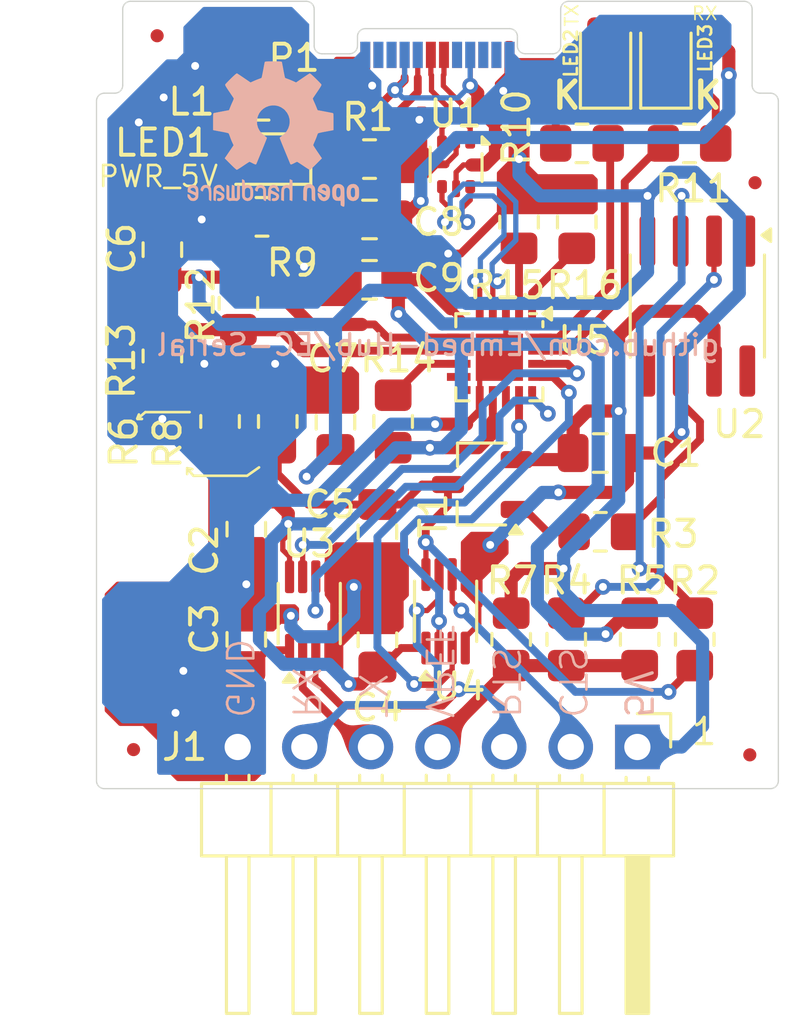
<source format=kicad_pcb>
(kicad_pcb (version 20241229) (generator "pcbnew") (generator_version "9.0")
  (layers (0 "F.Cu" signal) (2 "B.Cu" signal) (13 "F.Paste" user) (15 "B.Paste" user) (5 "F.SilkS" user "F.Silkscreen") (7 "B.SilkS" user "B.Silkscreen") (1 "F.Mask" user) (3 "B.Mask" user) (25 "Edge.Cuts" user))
  (net 0 "")
  (net 1 "+5V_USB")
  (net 2 "GND")
  (net 3 "+3.3V")
  (net 4 "Net-(T1-C)")
  (net 5 "/CTS")
  (net 6 "/VREF")
  (net 7 "/RX")
  (net 8 "/RTS")
  (net 9 "/TX")
  (net 10 "Net-(U1-VBUS)")
  (net 11 "Net-(P1-CC)")
  (net 12 "/D-")
  (net 13 "/D+")
  (net 14 "Net-(U2-+IN)")
  (net 15 "Net-(T1-B)")
  (net 16 "Net-(U2-VOUT)")
  (net 17 "Net-(U2--IN)")
  (net 18 "/TX_LED")
  (net 19 "/RX_LED")
  (net 20 "Net-(U5-VBUS)")
  (net 21 "Net-(U5-~{RST})")
  (net 22 "Net-(U5-CLK{slash}GPIO0)")
  (net 23 "Net-(U5-RS485{slash}GPIO1)")
  (net 24 "/TX_3V3")
  (net 25 "/RTS_3V3")
  (net 26 "/CTS_3V3")
  (net 27 "/RX_3V3")
  (net 45 "Net-(LED1-K)")
  (net 46 "Net-(LED2-K)")
  (net 47 "Net-(LED3-K)")
  (net 48 "/DP+")
  (net 49 "/DM-")
  (footprint "LED_SMD:LED_0805_2012Metric_Pad1.15x1.40mm_HandSolder" (layer "F.Cu") (at 139.8 121.3 90)
    (property "Reference" "LED2")
    (property "Value" "LED/GREEN/0805" (hide yes))
  )
  (footprint "LED_SMD:LED_0805_2012Metric_Pad1.15x1.40mm_HandSolder" (layer "F.Cu") (at 126.7 125.1 180)
    (property "Reference" "LED1")
    (property "Value" "LED/YELLOW/0805" (hide yes))
  )
  (footprint "Capacitor_SMD:C_0805_2012Metric_Pad1.18x1.45mm_HandSolder" (layer "F.Cu") (at 126.1 139.2 -90)
    (property "Reference" "C2")
    (property "Value" "100nF/10V/20%/X7R/C0805" (hide yes))
  )
  (footprint "Resistor_SMD:R_0805_2012Metric_Pad1.20x1.40mm_HandSolder" (layer "F.Cu") (at 122.9 132.6 -90)
    (property "Reference" "R13")
    (property "Value" "10k/1%/R0805" (hide yes))
  )
  (footprint "Capacitor_SMD:C_0805_2012Metric_Pad1.18x1.45mm_HandSolder" (layer "F.Cu") (at 129.5 135.1275 90)
    (property "Reference" "C7")
    (property "Value" "100nF/10V/20%/X7R/C0805" (hide yes))
  )
  (footprint "Fiducial:Fiducial_0.5mm_Mask1mm" (layer "F.Cu") (at 121.8 147.6)
    (property "Reference" "FID3" (hide yes))
    (property "Value" "Fiducial" (hide yes))
  )
  (footprint "Package_SO:VSSOP-8_2.3x2mm_P0.5mm" (layer "F.Cu") (at 133.7 142.33 90)
    (property "Reference" "U4")
    (property "Value" "SN74AXC2T45DCUR" (hide yes))
  )
  (footprint "Resistor_SMD:R_0805_2012Metric_Pad1.20x1.40mm_HandSolder" (layer "F.Cu") (at 143.2 143.4 90)
    (property "Reference" "R2")
    (property "Value" "1k/R0805" (hide yes))
  )
  (footprint "Resistor_SMD:R_0805_2012Metric_Pad1.20x1.40mm_HandSolder" (layer "F.Cu") (at 125.8 130.6 90)
    (property "Reference" "R12")
    (property "Value" "4.7K/1%/R0805" (hide yes))
  )
  (footprint "MountingHole:MountingHole_2.2mm_M2" (layer "F.Cu") (at 144.687868 138.587868)
    (property "Reference" "H2" (hide yes))
    (property "Value" "MountingHole" (hide yes))
  )
  (footprint "MountingHole:MountingHole_2.2mm_M2" (layer "F.Cu") (at 122.087868 138.587868)
    (property "Reference" "H1" (hide yes))
    (property "Value" "MountingHole" (hide yes))
  )
  (footprint "LED_SMD:LED_0805_2012Metric_Pad1.15x1.40mm_HandSolder" (layer "F.Cu") (at 142.1 121.3 90)
    (property "Reference" "LED3")
    (property "Value" "LED/RED/0805" (hide yes))
  )
  (footprint "Resistor_SMD:R_0805_2012Metric_Pad1.20x1.40mm_HandSolder" (layer "F.Cu") (at 138.9 124.5)
    (property "Reference" "R10")
    (property "Value" "2.2k/R0805" (hide yes))
  )
  (footprint "Capacitor_SMD:C_0805_2012Metric_Pad1.18x1.45mm_HandSolder" (layer "F.Cu") (at 130.8 127.4 180)
    (property "Reference" "C8")
    (property "Value" "4.7uF/X7R/20%/10V/C0805" (hide yes))
  )
  (footprint "Fiducial:Fiducial_0.5mm_Mask1mm" (layer "F.Cu") (at 145.3 147.8)
    (property "Reference" "FID4" (hide yes))
    (property "Value" "Fiducial" (hide yes))
  )
  (footprint "Connector_PinHeader_2.54mm:PinHeader_1x07_P2.54mm_Horizontal" (layer "F.Cu") (at 141.012868 147.5 -90)
    (property "Reference" "J1")
    (property "Value" "HN1x7(SMD)_H-WX-1x7-LF" (hide yes))
  )
  (footprint "Capacitor_SMD:C_0805_2012Metric_Pad1.18x1.45mm_HandSolder" (layer "F.Cu") (at 131.1 143.415 90)
    (property "Reference" "C4")
    (property "Value" "100nF/10V/20%/X7R/C0805" (hide yes))
  )
  (footprint "Resistor_SMD:R_0805_2012Metric_Pad1.20x1.40mm_HandSolder" (layer "F.Cu") (at 138.7 127.5 90)
    (property "Reference" "R16")
    (property "Value" "10k/R0805" (hide yes))
  )
  (footprint "Resistor_SMD:R_0805_2012Metric_Pad1.20x1.40mm_HandSolder" (layer "F.Cu") (at 136.5 127.5 90)
    (property "Reference" "R15")
    (property "Value" "10k/R0805" (hide yes))
  )
  (footprint "Connector_USB:USB_C_Plug_Molex_105444" (layer "F.Cu") (at 133.387868 121.087868)
    (property "Reference" "P1")
    (property "Value" "USB_C_Plug" (hide yes))
  )
  (footprint "Capacitor_SMD:C_0805_2012Metric_Pad1.18x1.45mm_HandSolder" (layer "F.Cu") (at 122.9 128.55 90)
    (property "Reference" "C6")
    (property "Value" "4.7uF/X7R/20%/10V/C0805" (hide yes))
  )
  (footprint "Inductor_SMD:L_0805_2012Metric_Pad1.15x1.40mm_HandSolder" (layer "F.Cu") (at 126.7 122.902531 180)
    (property "Reference" "L1")
    (property "Value" "IND/600OHM/2A/UPZ2012E-601-2R0TF/L0805" (hide yes))
  )
  (footprint "Resistor_SMD:R_0805_2012Metric_Pad1.20x1.40mm_HandSolder" (layer "F.Cu") (at 131.7 135.0975 -90)
    (property "Reference" "R14")
    (property "Value" "1k/R0805" (hide yes))
  )
  (footprint "Resistor_SMD:R_0805_2012Metric_Pad1.20x1.40mm_HandSolder" (layer "F.Cu") (at 139.6 139.3 180)
    (property "Reference" "R3")
    (property "Value" "1k/R0805" (hide yes))
  )
  (footprint "Package_SO:SOIC-8_3.9x4.9mm_P1.27mm" (layer "F.Cu") (at 143.3 130.7 -90)
    (property "Reference" "U2")
    (property "Value" "MCP6041-I/SN" (hide yes))
  )
  (footprint "Resistor_SMD:R_0805_2012Metric_Pad1.20x1.40mm_HandSolder" (layer "F.Cu") (at 141.1 143.4 90)
    (property "Reference" "R5")
    (property "Value" "22K/R0805" (hide yes))
  )
  (footprint "Capacitor_SMD:C_0805_2012Metric_Pad1.18x1.45mm_HandSolder" (layer "F.Cu") (at 130.8 129.7 180)
    (property "Reference" "C9")
    (property "Value" "100nF/10V/20%/X7R/C0805" (hide yes))
  )
  (footprint "Resistor_SMD:R_0805_2012Metric_Pad1.20x1.40mm_HandSolder" (layer "F.Cu") (at 127.3 135.0975 90)
    (property "Reference" "R8")
    (property "Value" "300R/R0805/5%" (hide yes))
  )
  (footprint "Capacitor_SMD:C_0805_2012Metric_Pad1.18x1.45mm_HandSolder" (layer "F.Cu") (at 131.1 139.3 -90)
    (property "Reference" "C5")
    (property "Value" "100nF/10V/20%/X7R/C0805" (hide yes))
  )
  (footprint "Fiducial:Fiducial_0.5mm_Mask1mm" (layer "F.Cu") (at 145.5 126)
    (property "Reference" "FID2" (hide yes))
    (property "Value" "Fiducial" (hide yes))
  )
  (footprint "Package_SO:VSSOP-8_2.3x2mm_P0.5mm" (layer "F.Cu") (at 128.5 142.415 90)
    (property "Reference" "U3")
    (property "Value" "SN74AXC2T45DCUR" (hide yes))
  )
  (footprint "Capacitor_SMD:C_0805_2012Metric_Pad1.18x1.45mm_HandSolder" (layer "F.Cu") (at 139.6 136.3)
    (property "Reference" "C1")
    (property "Value" "100nF/10V/20%/X7R/C0805" (hide yes))
  )
  (footprint "Package_TO_SOT_SMD:SOT-666" (layer "F.Cu") (at 134.1 125.3 -90)
    (property "Reference" "U1")
    (property "Value" "USBLC6-2P6" (hide yes))
  )
  (footprint "Resistor_SMD:R_0805_2012Metric_Pad1.20x1.40mm_HandSolder" (layer "F.Cu") (at 143 124.5 180)
    (property "Reference" "R11")
    (property "Value" "2.2k/R0805" (hide yes))
  )
  (footprint "Resistor_SMD:R_0805_2012Metric_Pad1.20x1.40mm_HandSolder" (layer "F.Cu") (at 136.2 143.4 90)
    (property "Reference" "R7")
    (property "Value" "NA(22K/R0805)" (hide yes))
  )
  (footprint "Resistor_SMD:R_0805_2012Metric_Pad1.20x1.40mm_HandSolder" (layer "F.Cu") (at 138.3 143.4 90)
    (property "Reference" "R4")
    (property "Value" "1k/R0805" (hide yes))
  )
  (footprint "Resistor_SMD:R_0805_2012Metric_Pad1.20x1.40mm_HandSolder" (layer "F.Cu") (at 125.1 135.0975 90)
    (property "Reference" "R6")
    (property "Value" "300R/R0805/5%" (hide yes))
  )
  (footprint "Fiducial:Fiducial_0.5mm_Mask1mm" (layer "F.Cu") (at 122.7 120.4)
    (property "Reference" "FID1" (hide yes))
    (property "Value" "Fiducial" (hide yes))
  )
  (footprint "Package_TO_SOT_SMD:TSOT-23" (layer "F.Cu") (at 135.1 137.5 180)
    (property "Reference" "T1")
    (property "Value" "BC807-40/PNP/SOT23" (hide yes))
  )
  (footprint "Capacitor_SMD:C_0805_2012Metric_Pad1.18x1.45mm_HandSolder" (layer "F.Cu") (at 126.1 143.4 90)
    (property "Reference" "C3")
    (property "Value" "100nF/10V/20%/X7R/C0805" (hide yes))
  )
  (footprint "Resistor_SMD:R_0805_2012Metric_Pad1.20x1.40mm_HandSolder" (layer "F.Cu") (at 126.7 127.3 180)
    (property "Reference" "R9")
    (property "Value" "2.2k/R0805" (hide yes))
  )
  (footprint "Package_DFN_QFN:SiliconLabs_QFN-20-1EP_3x3mm_P0.5mm_EP1.8x1.8mm" (layer "F.Cu") (at 135.75 132.65 -90)
    (property "Reference" "U5")
    (property "Value" "CP2102N-QFN20" (hide yes))
  )
  (footprint "Resistor_SMD:R_0805_2012Metric_Pad1.20x1.40mm_HandSolder" (layer "F.Cu") (at 130.8 125.1 180)
    (property "Reference" "R1")
    (property "Value" "5.1k/1%/R0805" (hide yes))
  )
  (footprint "Symbol:OSHW-Logo2_7.3x6mm_SilkScreen" (layer "B.Cu") (at 127.13 124.14 180)
    (property "Reference" "REF**" (hide yes))
    (property "Value" "OSHW-Logo2_7.3x6mm_SilkScreen" (hide yes))
  )
  (gr_poly (pts (xy 134.38104 141.5) (xy 134.38104 139.71896) (xy 134.7 139.4) (xy 135.7 139.4) (xy 136 139.7) (xy 136 140.1) (xy 135.009664 141.090336) (xy 135.009664 142.090336) (xy 135 142.1) (xy 134.4 141.5)) (stroke (width 0.2)) (fill yes) (layer "F.Cu") (net 2))
  (gr_poly (pts (xy 131.2 124.667658) (xy 132.667658 123.2) (xy 132.9 123.2) (xy 133.1 123.4) (xy 133.1 123.9) (xy 132.9 124.1) (xy 132.9 124.7) (xy 133.4 125.2) (xy 133.4 125.3) (xy 132.786246 125.913754) (xy 131.313754 125.913754) (xy 131.2 125.8)) (stroke (width 0.2)) (fill yes) (layer "F.Cu") (net 2))
  (gr_poly (pts (xy 129.7 144.5) (xy 129.3 144.5) (xy 129.2944 144.5) (xy 129.292307 142.828591) (xy 129.4 142.7) (xy 129.4 142) (xy 129.190891 141.690891) (xy 129.190891 140.148554) (xy 129.539445 139.8) (xy 132 139.8) (xy 132.2 140) (xy 132.2 141) (xy 132.2 141.7) (xy 132 141.9) (xy 132 142.9) (xy 131.8 143.1) (xy 130.2 143.1) (xy 129.7 143.6) (xy 129.7 144.5)) (stroke (width 0.2)) (fill yes) (layer "F.Cu") (net 2))
  (gr_poly (pts (xy 126.875015 141.882413) (xy 127.154054 142.161452) (xy 127.924203 142.161452) (xy 128.012102 142.249351) (xy 128.012102 142.60993) (xy 127.914597 142.707435) (xy 127.392565 142.707435) (xy 127.1 143) (xy 126.7 143) (xy 126.7 141.882413)) (stroke (width 0.2)) (fill yes) (layer "F.Cu") (net 2))
  (gr_poly (pts (xy 136.04213 120.7) (xy 136.2 120.7) (xy 136.2 121.1) (xy 136.45 121.35) (xy 137.78 121.35) (xy 137.9 121.5) (xy 137.7 121.4) (xy 137.8 121.4) (xy 137.9 121.5) (xy 137.9 122.3) (xy 136.8 123.4) (xy 136.8 125.395168) (xy 137.180049 125.775217) (xy 139.275217 125.775217) (xy 139.4 125.9) (xy 139.4 127) (xy 139.3 127.1) (xy 135.8 127.1) (xy 135.754275 127.1) (xy 135.754275 125.645725) (xy 136.2 125.2) (xy 136.2 123.443742) (xy 135.677942 122.921684) (xy 135.677942 122.222058) (xy 136.04213 121.85787)) (stroke (width 0.2)) (fill yes) (layer "F.Cu") (net 2))
  (gr_poly (pts (xy 130.4 126.7) (xy 129.3 126.7) (xy 128.9 127.1) (xy 128.9 128.2) (xy 128.5 128.6) (xy 127.2 128.6) (xy 126.3 127.7) (xy 126.3 126.7) (xy 126.2 126.6) (xy 122.3 126.6) (xy 122.155596 126.744404) (xy 122.155596 127.873977) (xy 122.284303 128.002684) (xy 124.402684 128.002684) (xy 124.9 128.5) (xy 126.7 128.5) (xy 128.8 130.6) (xy 130.1 130.6) (xy 130.4 130.3)) (stroke (width 0.2)) (fill yes) (layer "F.Cu") (net 2))
  (gr_poly (pts (xy 129.548823 121.3) (xy 130.3 121.3) (xy 130.6 121) (xy 130.6 120.728618) (xy 130.723543 120.728618) (xy 130.723543 121.789466) (xy 130.89306 121.958983) (xy 130.893059 121.958983) (xy 131.115242 122.181166) (xy 131.115242 122.395537) (xy 130.948862 122.561917) (xy 129.75283 122.561917) (xy 129.11134 121.920427)) (stroke (width 0.2)) (fill yes) (layer "F.Cu") (net 2))
  (gr_poly (pts (xy 126.7 141) (xy 125.3 141) (xy 125.3 139.8) (xy 125.5 139.6) (xy 126.7 139.6) (xy 126.9 139.8) (xy 126.9 141.4) (xy 126.9 142.8) (xy 126.7 143) (xy 125.5 143) (xy 125.3 142.8) (xy 125.3 140.8) (xy 126.7 140.8)) (stroke (width 0.2)) (fill yes) (layer "F.Cu") (net 2))
  (gr_poly (pts (xy 126.7 148.3) (xy 126.7 146.3) (xy 126.2 145.8) (xy 124.8 145.8) (xy 124.2 145.2) (xy 124.2 141.707063) (xy 123.792937 141.3) (xy 121.2 141.3) (xy 120.8 141.7) (xy 120.8 146.1) (xy 121.3 146.6) (xy 122.2 146.6) (xy 122.9 147.3) (xy 122.9 148.1) (xy 123.5 148.7) (xy 126.4 148.7) (xy 126.7 148.4)) (stroke (width 0.2)) (fill yes) (layer "F.Cu") (net 2))
  (gr_poly (pts (xy 130.3 133.3) (xy 130.3 134.6) (xy 130.2 134.7) (xy 124.1 134.7) (xy 123.1 135.7) (xy 121.3 135.7) (xy 121 135.4) (xy 121 133.4) (xy 121 133.3) (xy 121.3 133) (xy 123.8 133) (xy 124.3 132.5) (xy 124.7 132.5) (xy 124.9 132.7) (xy 126.7 132.7) (xy 127.6 132.7) (xy 128 133.1) (xy 130.1 133.1)) (stroke (width 0.2)) (fill yes) (layer "F.Cu") (net 2))
  (gr_poly (pts (xy 126.3 141.648543) (xy 126.3 138.822222) (xy 126.3 139.004) (xy 127.066171 138.240768) (xy 128 138.240768) (xy 127.2 137.5) (xy 127.2 136.4) (xy 128.3 135.3) (xy 128.3 133.1) (xy 127.5 132.3) (xy 124.6 132.3) (xy 123.4 131.1) (xy 123.4 129.3) (xy 123.838291 128.861709) (xy 124.804831 128.861709) (xy 125.17918 129.236058) (xy 125.17918 130.17918) (xy 125.7 130.7) (xy 128.8 130.7) (xy 130.2 129.3) (xy 132.73011 129.3) (xy 134.13011 130.7) (xy 134.6 130.7) (xy 134.5 130.6) (xy 134.5 130.4) (xy 134.2 130.1) (xy 134.2 128.8) (xy 133.5 128.1) (xy 132.8 128.1) (xy 131.9 127.2) (xy 131.9 125.3) (xy 133.515613 123.684387) (xy 143.215613 123.684387) (xy 143.8 123.1) (xy 143.8 121.5) (xy 144.5 120.8) (xy 144.5 120) (xy 144.2 119.7) (xy 139.742251 119.7) (xy 139.8 119.7) (xy 139.6 119.7) (xy 137.867658 121.432342) (xy 136.532342 121.432342) (xy 136.4 121.3) (xy 136.168401 121.068401) (xy 136.168401 120.72931) (xy 136.063568 120.72931) (xy 136.063568 121.936432) (xy 134.77881 123.22119) (xy 131.62119 123.22119) (xy 131.150681 122.750681) (xy 131.150681 122.150681) (xy 130.7 121.7) (xy 130.7 120.9) (xy 130.7 120.725526) (xy 130.6 120.725526) (xy 130.6 121) (xy 130.218836 121.381164) (xy 128.781164 121.381164) (xy 128.4 121) (xy 128.4 120) (xy 127.8 119.4) (xy 124.5 119.4) (xy 123.8 120.1) (xy 123.8 121.1) (xy 123.5 121.4) (xy 123.1 121.4) (xy 120.9 123.6) (xy 120.9 135.6) (xy 121.2 135.9) (xy 123.4 135.9) (xy 124.8 137.3) (xy 124.8 139.7) (xy 123.2 141.3) (xy 121.3 141.3) (xy 120.7 141.9) (xy 120.7 145.8) (xy 121.4 146.5) (xy 122.793844 146.5) (xy 122.798305 148.458551) (xy 126.751873 148.458551) (xy 126.754358 145.06093) (xy 125.8 143.991187) (xy 125.8 142.209474)) (stroke (width 0.2)) (fill yes) (layer "B.Cu") (net 2))
  (gr_line (start 122.249814 134.741263) (end 123.937918 134.741263) (stroke (width 0.1)) (layer "F.SilkS"))
  (gr_line (start 126.130498 137.165912) (end 126.586748 136.845912) (stroke (width 0.1)) (layer "F.SilkS"))
  (gr_line (start 124.082998 137.165912) (end 126.130498 137.165912) (stroke (width 0.1)) (layer "F.SilkS"))
  (gr_line (start 121.95 135) (end 122.249814 134.741263) (stroke (width 0.1)) (layer "F.SilkS"))
  (gr_line (start 122.119516 135) (end 121.95 135) (stroke (width 0.1)) (layer "F.SilkS"))
  (gr_line (start 121.941081 134.985349) (end 122.004959 134.830482) (stroke (width 0.1)) (layer "F.SilkS"))
  (gr_line (start 123.844056 136.879564) (end 124.04046 136.91273) (stroke (width 0.1)) (layer "F.SilkS"))
  (gr_line (start 123.844056 136.879564) (end 124.082998 137.165912) (stroke (width 0.1)) (layer "F.SilkS"))
  (gr_line (start 121.95 135) (end 122.119516 135) (stroke (width 0.1)) (layer "F.SilkS"))
  (gr_line (start 123.844056 136.879564) (end 123.844056 137.099687) (stroke (width 0.1)) (layer "F.SilkS"))
  (gr_arc (start 121.387868 122.287868) (mid 121.3 122.5) (end 121.087868 122.587868) (stroke (width 0.05)) (layer "Edge.Cuts"))
  (gr_arc (start 128.987868 121.087868) (mid 128.775736 121) (end 128.687868 120.787868) (stroke (width 0.05)) (layer "Edge.Cuts"))
  (gr_line (start 120.687868 122.587868) (end 121.087868 122.587868) (stroke (width 0.05)) (layer "Edge.Cuts"))
  (gr_arc (start 145.687868 122.587868) (mid 145.475736 122.5) (end 145.387868 122.287868) (stroke (width 0.05)) (layer "Edge.Cuts"))
  (gr_line (start 136.737 121.085113) (end 137.687868 121.087868) (stroke (width 0.05)) (layer "Edge.Cuts"))
  (gr_line (start 138.087868 120.787868) (end 138.087868 119.387868) (stroke (width 0.05)) (layer "Edge.Cuts"))
  (gr_line (start 129.087868 121.087868) (end 130.043595 121.087868) (stroke (width 0.05)) (layer "Edge.Cuts"))
  (gr_arc (start 120.387868 122.887868) (mid 120.475736 122.675736) (end 120.687868 122.587868) (stroke (width 0.05)) (layer "Edge.Cuts"))
  (gr_line (start 130.339775 120.429502) (end 130.339775 120.7879) (stroke (width 0.05)) (layer "Edge.Cuts"))
  (gr_arc (start 146.087868 122.587868) (mid 146.3 122.675736) (end 146.387868 122.887868) (stroke (width 0.05)) (layer "Edge.Cuts"))
  (gr_arc (start 130.339775 120.429502) (mid 130.427643 120.21737) (end 130.639775 120.129502) (stroke (width 0.05)) (layer "Edge.Cuts"))
  (gr_line (start 128.987868 121.087868) (end 129.087868 121.087868) (stroke (width 0.05)) (layer "Edge.Cuts"))
  (gr_arc (start 138.087868 120.787868) (mid 138 121) (end 137.787868 121.087868) (stroke (width 0.05)) (layer "Edge.Cuts"))
  (gr_line (start 145.687868 122.587868) (end 146.087868 122.587868) (stroke (width 0.05)) (layer "Edge.Cuts"))
  (gr_arc (start 136.737043 121.085113) (mid 136.524911 120.997245) (end 136.437043 120.785113) (stroke (width 0.05)) (layer "Edge.Cuts"))
  (gr_arc (start 146.387868 148.787868) (mid 146.3 149) (end 146.087868 149.087868) (stroke (width 0.05)) (layer "Edge.Cuts"))
  (gr_line (start 130.643824 120.129502) (end 136.1384 120.129502) (stroke (width 0.05)) (layer "Edge.Cuts"))
  (gr_arc (start 136.1384 120.128823) (mid 136.350532 120.216691) (end 136.4384 120.428823) (stroke (width 0.05)) (layer "Edge.Cuts"))
  (gr_line (start 128.687868 120.787868) (end 128.687868 119.387868) (stroke (width 0.05)) (layer "Edge.Cuts"))
  (gr_arc (start 120.687868 149.087868) (mid 120.475736 149) (end 120.387868 148.787868) (stroke (width 0.05)) (layer "Edge.Cuts"))
  (gr_line (start 120.687868 149.087868) (end 146.087868 149.087868) (stroke (width 0.05)) (layer "Edge.Cuts"))
  (gr_arc (start 138.087868 119.387868) (mid 138.175736 119.175736) (end 138.387868 119.087868) (stroke (width 0.05)) (layer "Edge.Cuts"))
  (gr_line (start 136.438376 120.428823) (end 136.437043 120.790896) (stroke (width 0.05)) (layer "Edge.Cuts"))
  (gr_arc (start 128.387868 119.087868) (mid 128.6 119.175736) (end 128.687868 119.387868) (stroke (width 0.05)) (layer "Edge.Cuts"))
  (gr_arc (start 130.339056 120.785792) (mid 130.251188 120.997924) (end 130.039056 121.085792) (stroke (width 0.05)) (layer "Edge.Cuts"))
  (gr_line (start 121.387868 122.287868) (end 121.387868 119.387868) (stroke (width 0.05)) (layer "Edge.Cuts"))
  (gr_line (start 138.387868 119.087868) (end 145.087868 119.087868) (stroke (width 0.05)) (layer "Edge.Cuts"))
  (gr_line (start 120.387868 122.887868) (end 120.387868 148.787868) (stroke (width 0.05)) (layer "Edge.Cuts"))
  (gr_arc (start 121.387868 119.387868) (mid 121.475736 119.175736) (end 121.687868 119.087868) (stroke (width 0.05)) (layer "Edge.Cuts"))
  (gr_line (start 137.687868 121.087868) (end 137.787868 121.087868) (stroke (width 0.05)) (layer "Edge.Cuts"))
  (gr_line (start 145.387868 122.287868) (end 145.387868 119.387868) (stroke (width 0.05)) (layer "Edge.Cuts"))
  (gr_line (start 146.387868 122.887868) (end 146.387868 148.787868) (stroke (width 0.05)) (layer "Edge.Cuts"))
  (gr_arc (start 145.087868 119.087868) (mid 145.3 119.175736) (end 145.387868 119.387868) (stroke (width 0.05)) (layer "Edge.Cuts"))
  (gr_line (start 128.387868 119.087868) (end 121.687868 119.087868) (stroke (width 0.05)) (layer "Edge.Cuts"))
  (gr_text "K" (at 143.06 123.256546 0) (layer "F.SilkS") (effects (font (size 1 1) (thickness 0.2) (bold yes)) (justify left bottom)))
  (gr_text "K" (at 137.687868 123.256546 0) (layer "F.SilkS") (effects (font (size 1 1) (thickness 0.2) (bold yes)) (justify left bottom)))
  (gr_text "TX" (at 138.803345 120.087868 90) (layer "F.SilkS") (effects (font (size 0.5 0.5) (thickness 0.0625)) (justify left bottom)))
  (gr_text "1" (at 143 147.5 0) (layer "F.SilkS") (effects (font (size 1 1) (thickness 0.125)) (justify left bottom)))
  (gr_text "RX" (at 143.05 119.845724 0) (layer "F.SilkS") (effects (font (size 0.5 0.5) (thickness 0.0625)) (justify left bottom)))
  (gr_text "PWR_5V" (at 120.387868 126.226115 0) (layer "F.SilkS") (effects (font (size 0.8 0.8) (thickness 0.1)) (justify left bottom)))
  (gr_text "TX" (at 130.319372 146.471687 270) (layer "B.SilkS") (effects (font (size 1 1) (thickness 0.1)) (justify left bottom mirror)))
  (gr_text "RX" (at 127.779372 146.471687 270) (layer "B.SilkS") (effects (font (size 1 1) (thickness 0.1)) (justify left bottom mirror)))
  (gr_text "CTS" (at 137.939372 146.471687 270) (layer "B.SilkS") (effects (font (size 1 1) (thickness 0.1)) (justify left bottom mirror)))
  (gr_text "5V" (at 140.448247 146.471687 270) (layer "B.SilkS") (effects (font (size 1 1) (thickness 0.125)) (justify left bottom mirror)))
  (gr_text "GND" (at 125.239372 146.471687 270) (layer "B.SilkS") (effects (font (size 1 1) (thickness 0.1)) (justify left bottom mirror)))
  (gr_text "VREF" (at 132.859372 146.471687 270) (layer "B.SilkS") (effects (font (size 1 1) (thickness 0.1)) (justify left bottom mirror)))
  (gr_text "github.com/Embed-Hub/EC-Serial" (at 144.21918 132.65 0) (layer "B.SilkS") (effects (font (size 0.8 0.8) (thickness 0.125)) (justify left bottom mirror)))
  (gr_text "RTS" (at 135.399372 146.471687 270) (layer "B.SilkS") (effects (font (size 1 1) (thickness 0.1)) (justify left bottom mirror)))
  (segment (start 129.5 136.165) (end 129.435 136.165) (width 0.5) (layer "F.Cu") (net 1))
  (segment (start 143.935 131.535) (end 143.935 133.175) (width 0.5) (layer "F.Cu") (net 1))
  (segment (start 130.983643 131.4) (end 131.483643 131.9) (width 0.3) (layer "F.Cu") (net 1))
  (segment (start 126.744516 129.6) (end 124.3 129.6) (width 0.5) (layer "F.Cu") (net 1))
  (segment (start 138.2 140.7) (end 136.6 140.7) (width 0.5) (layer "F.Cu") (net 1))
  (segment (start 138.3125 136.55) (end 138.5625 136.3) (width 0.5) (layer "F.Cu") (net 1))
  (segment (start 143.3 130.9) (end 143.935 131.535) (width 0.5) (layer "F.Cu") (net 1))
  (segment (start 124.3 129.6) (end 122.9125 129.6) (width 0.5) (layer "F.Cu") (net 1))
  (segment (start 121.8 129.6) (end 121.3 129.1) (width 0.5) (layer "F.Cu") (net 1))
  (segment (start 138.5625 135.2375) (end 138.5625 136.3) (width 0.5) (layer "F.Cu") (net 1))
  (segment (start 128.544516 131.4) (end 126.744516 129.6) (width 0.5) (layer "F.Cu") (net 1))
  (segment (start 121.3 126) (end 122.2 125.1) (width 0.5) (layer "F.Cu") (net 1))
  (segment (start 140.3 134.7) (end 140.3 131.820074) (width 0.5) (layer "F.Cu") (net 1))
  (segment (start 140.3 131.820074) (end 141.220074 130.9) (width 0.5) (layer "F.Cu") (net 1))
  (segment (start 122.9125 129.6) (end 122.9 129.5875) (width 0.5) (layer "F.Cu") (net 1))
  (segment (start 136.6 140.7) (end 136.2 141.1) (width 0.5) (layer "F.Cu") (net 1))
  (segment (start 136.2 141.1) (end 136.2 142.4) (width 0.5) (layer "F.Cu") (net 1))
  (segment (start 131.483643 131.9) (end 134.2 131.9) (width 0.3) (layer "F.Cu") (net 1))
  (segment (start 122.2 125.1) (end 125.675 125.1) (width 0.5) (layer "F.Cu") (net 1))
  (segment (start 125.675 125.1) (end 125.675 122.902531) (width 0.5) (layer "F.Cu") (net 1))
  (segment (start 130.5 131.4) (end 130.983643 131.4) (width 0.3) (layer "F.Cu") (net 1))
  (segment (start 139.1 134.7) (end 138.5625 135.2375) (width 0.5) (layer "F.Cu") (net 1))
  (segment (start 141.220074 130.9) (end 143.3 130.9) (width 0.5) (layer "F.Cu") (net 1))
  (segment (start 130.5 131.4) (end 128.544516 131.4) (width 0.5) (layer "F.Cu") (net 1))
  (segment (start 121.3 129.1) (end 121.3 126) (width 0.5) (layer "F.Cu") (net 1))
  (segment (start 140.3 134.7) (end 139.1 134.7) (width 0.5) (layer "F.Cu") (net 1))
  (segment (start 124.3 129.6) (end 121.8 129.6) (width 0.5) (layer "F.Cu") (net 1))
  (segment (start 129.435 136.165) (end 128.4 137.2) (width 0.5) (layer "F.Cu") (net 1))
  (segment (start 136.41 136.55) (end 138.3125 136.55) (width 0.5) (layer "F.Cu") (net 1))
  (via (at 138.2 140.7) (size 0.6) (drill 0.3) (layers "F.Cu" "B.Cu") (net 1))
  (via (at 140.3 134.7) (size 0.6) (drill 0.3) (layers "F.Cu" "B.Cu") (net 1))
  (via (at 128.4 137.2) (size 0.6) (drill 0.3) (layers "F.Cu" "B.Cu") (net 1))
  (via (at 124.3 129.6) (size 0.6) (drill 0.3) (layers "F.Cu" "B.Cu") (net 1))
  (segment (start 138.9 142.3) (end 138.2 141.6) (width 0.5) (layer "B.Cu") (net 1))
  (segment (start 129.5 131.9) (end 129 131.4) (width 0.3) (layer "B.Cu") (net 1))
  (segment (start 140.3 138.1) (end 140.3 132.232713) (width 0.5) (layer "B.Cu") (net 1))
  (segment (start 139.44777 131.380483) (end 133.570817 131.380483) (width 0.5) (layer "B.Cu") (net 1))
  (segment (start 133.570817 131.380483) (end 132.290334 130.1) (width 0.5) (layer "B.Cu") (net 1))
  (segment (start 132.290334 130.1) (end 130.8 130.1) (width 0.5) (layer "B.Cu") (net 1))
  (segment (start 143.5 143.5) (end 142.3 142.3) (width 0.5) (layer "B.Cu") (net 1))
  (segment (start 143.5 146.7) (end 143.5 143.5) (width 0.5) (layer "B.Cu") (net 1))
  (segment (start 129 131.4) (end 129.5 131.4) (width 0.5) (layer "B.Cu") (net 1))
  (segment (start 140.3 132.232713) (end 139.44777 131.380483) (width 0.5) (layer "B.Cu") (net 1))
  (segment (start 141.012868 147.5) (end 142.7 147.5) (width 0.5) (layer "B.Cu") (net 1))
  (segment (start 124.3 130.6) (end 125.1 131.4) (width 0.5) (layer "B.Cu") (net 1))
  (segment (start 138.2 141.6) (end 138.2 140.2) (width 0.5) (layer "B.Cu") (net 1))
  (segment (start 125.1 131.4) (end 129 131.4) (width 0.5) (layer "B.Cu") (net 1))
  (segment (start 130.8 130.1) (end 129.5 131.4) (width 0.5) (layer "B.Cu") (net 1))
  (segment (start 138.2 140.2) (end 140.3 138.1) (width 0.5) (layer "B.Cu") (net 1))
  (segment (start 129.5 136.1) (end 128.4 137.2) (width 0.5) (layer "B.Cu") (net 1))
  (segment (start 142.7 147.5) (end 143.5 146.7) (width 0.5) (layer "B.Cu") (net 1))
  (segment (start 129.5 131.4) (end 129.5 131.9) (width 0.5) (layer "B.Cu") (net 1))
  (segment (start 129.5 131.9) (end 129.5 136.1) (width 0.5) (layer "B.Cu") (net 1))
  (segment (start 124.3 129.6) (end 124.3 130.6) (width 0.5) (layer "B.Cu") (net 1))
  (segment (start 142.3 142.3) (end 138.9 142.3) (width 0.5) (layer "B.Cu") (net 1))
  (segment (start 124.164186 121.535814) (end 124.15 121.55) (width 0.3) (layer "F.Cu") (net 2))
  (segment (start 134.45 143.73) (end 134.426 143.706) (width 0.2) (layer "F.Cu") (net 2))
  (segment (start 141.9 136.3) (end 140.6375 136.3) (width 0.5) (layer "F.Cu") (net 2))
  (segment (start 134.426 143.354049) (end 134.964807 142.815242) (width 0.2) (layer "F.Cu") (net 2))
  (segment (start 128.832017 121.967868) (end 128.832017 121.967831) (width 0.3) (layer "F.Cu") (net 2))
  (segment (start 129.7625 127.4) (end 129.7625 129.7) (width 0.5) (layer "F.Cu") (net 2))
  (segment (start 133.8 128.7) (end 134.276207 128.7) (width 0.3) (layer "F.Cu") (net 2))
  (segment (start 129.7625 127.4) (end 129.7625 127.29103) (width 0.5) (layer "F.Cu") (net 2))
  (segment (start 134.5 135.2) (end 135 134.7) (width 0.3) (layer "F.Cu") (net 2))
  (segment (start 134.964807 141.939404) (end 134.45 141.424597) (width 0.2) (layer "F.Cu") (net 2))
  (segment (start 133.7 125.3) (end 133.1 125.3) (width 0.3) (layer "F.Cu") (net 2))
  (segment (start 129.7625 127.29103) (end 131.8 125.25353) (width 0.5) (layer "F.Cu") (net 2))
  (segment (start 134.276207 128.7) (end 136.476207 126.5) (width 0.3) (layer "F.Cu") (net 2))
  (segment (start 122.95 122.75) (end 122 123.7) (width 0.3) (layer "F.Cu") (net 2))
  (segment (start 132.9 125.1) (end 131.8 125.1) (width 0.5) (layer "F.Cu") (net 2))
  (segment (start 142.7 135.5) (end 141.9 136.3) (width 0.5) (layer "F.Cu") (net 2))
  (segment (start 130.9 122.3) (end 130.3 122.3) (width 0.2) (layer "F.Cu") (net 2))
  (segment (start 133.3 135.2) (end 134.5 135.2) (width 0.5) (layer "F.Cu") (net 2))
  (segment (start 129.5 134.09) (end 123.39 134.09) (width 0.5) (layer "F.Cu") (net 2))
  (segment (start 135 134.2) (end 135 133.4) (width 0.2) (layer "F.Cu") (net 2))
  (segment (start 135 134.7) (end 135 134.2) (width 0.3) (layer "F.Cu") (net 2))
  (segment (start 134.1 124.9) (end 133.7 125.3) (width 0.2) (layer "F.Cu") (net 2))
  (segment (start 141.395 126.505) (end 141.4 126.5) (width 0.5) (layer "F.Cu") (net 2))
  (segment (start 135.7 122.5) (end 136.137868 122.062132) (width 0.2) (layer "F.Cu") (net 2))
  (segment (start 136.137868 122.062132) (end 136.137868 121.456499) (width 0.2) (layer "F.Cu") (net 2))
  (segment (start 131.8 125.25353) (end 131.8 125.1) (width 0.5) (layer "F.Cu") (net 2))
  (segment (start 129.967868 121.967868) (end 128.832017 121.967868) (width 0.3) (layer "F.Cu") (net 2))
  (segment (start 140.2 137.8) (end 138 137.8) (width 0.5) (layer "F.Cu") (net 2))
  (segment (start 134.1 124.375) (end 134.1 124.9) (width 0.2) (layer "F.Cu") (net 2))
  (segment (start 140.6375 137.3625) (end 140.2 137.8) (width 0.5) (layer "F.Cu") (net 2))
  (segment (start 141.395 128.225) (end 141.395 126.505) (width 0.5) (layer "F.Cu") (net 2))
  (segment (start 128.4 121.535814) (end 128 121.535814) (width 0.3) (layer "F.Cu") (net 2))
  (segment (start 128.832017 121.967831) (end 128.4 121.535814) (width 0.3) (layer "F.Cu") (net 2))
  (segment (start 136 132.4) (end 135.75 132.65) (width 0.2) (layer "F.Cu") (net 2))
  (segment (start 133.1 125.3) (end 132.9 125.1) (width 0.5) (layer "F.Cu") (net 2))
  (segment (start 124.15 121.55) (end 122.95 122.75) (width 0.3) (layer "F.Cu") (net 2))
  (segment (start 134.964807 142.815242) (end 134.964807 141.939404) (width 0.2) (layer "F.Cu") (net 2))
  (segment (start 140.6375 136.3) (end 140.6375 137.3625) (width 0.5) (layer "F.Cu") (net 2))
  (segment (start 123.39 134.09) (end 122.9 133.6) (width 0.5) (layer "F.Cu") (net 2))
  (segment (start 130.3 122.3) (end 129.967868 121.967868) (width 0.2) (layer "F.Cu") (net 2))
  (segment (start 136 131.1) (end 136 132.4) (width 0.2) (layer "F.Cu") (net 2))
  (segment (start 134.426 143.706) (end 134.426 143.354049) (width 0.2) (layer "F.Cu") (net 2))
  (segment (start 134.45 141.424597) (end 134.45 140.93) (width 0.2) (layer "F.Cu") (net 2))
  (segment (start 136.476207 126.5) (end 136.5 126.5) (width 0.3) (layer "F.Cu") (net 2))
  (segment (start 135 133.4) (end 135.75 132.65) (width 0.2) (layer "F.Cu") (net 2))
  (segment (start 128.4 121.535814) (end 124.164186 121.535814) (width 0.3) (layer "F.Cu") (net 2))
  (via (at 123.4 146.2) (size 0.6) (drill 0.3) (layers "F.Cu" "B.Cu") (net 2))
  (via (at 133.3 135.2) (size 0.6) (drill 0.3) (layers "F.Cu" "B.Cu") (net 2))
  (via (at 128.3 129.2) (size 0.6) (drill 0.3) (layers "F.Cu" "B.Cu") (net 2))
  (via (at 127.2 132.9) (size 0.6) (drill 0.3) (layers "F.Cu" "B.Cu") (net 2))
  (via (at 130.9 122.3) (size 0.6) (drill 0.3) (layers "F.Cu" "B.Cu") (net 2))
  (via (at 123.7 144.6) (size 0.6) (drill 0.3) (layers "F.Cu" "B.Cu") (net 2))
  (via (at 122.95 122.75) (size 0.6) (drill 0.3) (layers "F.Cu" "B.Cu") (net 2))
  (via (at 135.9 122.5) (size 0.6) (drill 0.3) (layers "F.Cu" "B.Cu") (net 2))
  (via (at 130.2 141.4) (size 0.6) (drill 0.3) (layers "F.Cu" "B.Cu") (net 2))
  (via (at 124.5 132.9) (size 0.6) (drill 0.3) (layers "F.Cu" "B.Cu") (net 2))
  (via (at 135.4 139.8) (size 0.6) (drill 0.3) (layers "F.Cu" "B.Cu") (net 2))
  (via (at 138 137.8) (size 0.6) (drill 0.3) (layers "F.Cu" "B.Cu") (net 2))
  (via (at 124.15 121.55) (size 0.6) (drill 0.3) (layers "F.Cu" "B.Cu") (net 2))
  (via (at 142.7 135.5) (size 0.6) (drill 0.3) (layers "F.Cu" "B.Cu") (net 2))
  (via (at 127.8 142.5) (size 0.6) (drill 0.3) (layers "F.Cu" "B.Cu") (net 2))
  (via (at 124.4 127.4) (size 0.6) (drill 0.3) (layers "F.Cu" "B.Cu") (net 2))
  (via (at 122.9 135) (size 0.6) (drill 0.3) (layers "F.Cu" "B.Cu") (net 2))
  (via (at 141.4 126.5) (size 0.6) (drill 0.3) (layers "F.Cu" "B.Cu") (net 2))
  (via (at 122 123.7) (size 0.6) (drill 0.3) (layers "F.Cu" "B.Cu") (net 2))
  (via (at 126.1 141.3) (size 0.6) (drill 0.3) (layers "F.Cu" "B.Cu") (net 2))
  (via (at 136.5 125.1) (size 0.6) (drill 0.3) (layers "F.Cu" "B.Cu") (net 2))
  (via (at 132.7 123.6) (size 0.6) (drill 0.3) (layers "F.Cu" "B.Cu") (net 2))
  (via (at 133.8 128.7) (size 0.6) (drill 0.3) (layers "F.Cu" "B.Cu") (net 2))
  (segment (start 130.9 122.3) (end 130.6 122) (width 0.2) (layer "B.Cu") (net 2))
  (segment (start 135.4 139.8) (end 137.4 137.8) (width 0.5) (layer "B.Cu") (net 2))
  (segment (start 131.633986 135.2) (end 133.3 135.2) (width 0.5) (layer "B.Cu") (net 2))
  (segment (start 141.4 129.4) (end 141.4 126.5) (width 0.5) (layer "B.Cu") (net 2))
  (segment (start 130.6 122) (end 130.6 121.495348) (width 0.2) (layer "B.Cu") (net 2))
  (segment (start 136.704604 122.071132) (end 136.807868 121.967868) (width 0.2) (layer "B.Cu") (net 2))
  (segment (start 129.2 128.3) (end 128.3 129.2) (width 0.5) (layer "B.Cu") (net 2))
  (segment (start 144.9 127.3) (end 143.2 125.6) (width 0.5) (layer "B.Cu") (net 2))
  (segment (start 134.5 130.6) (end 140.2 130.6) (width 0.5) (layer "B.Cu") (net 2))
  (segment (start 135.7 122.5) (end 136.128868 122.071132) (width 0.2) (layer "B.Cu") (net 2))
  (segment (start 133.8 128.7) (end 133.4 128.3) (width 0.5) (layer "B.Cu") (net 2))
  (segment (start 127 138.1) (end 128.733986 138.1) (width 0.5) (layer "B.Cu") (net 2))
  (segment (start 141.4 126.5) (end 137.3 126.5) (width 0.5) (layer "B.Cu") (net 2))
  (segment (start 133.8 128.7) (end 133.8 129.9) (width 0.5) (layer "B.Cu") (net 2))
  (segment (start 129.4 143.3) (end 130.2 142.5) (width 0.5) (layer "B.Cu") (net 2))
  (segment (start 127.8 142.92119) (end 128.17881 143.3) (width 0.5) (layer "B.Cu") (net 2))
  (segment (start 126.1 139) (end 127 138.1) (width 0.5) (layer "B.Cu") (net 2))
  (segment (start 142.7 135.5) (end 142.7 132.4) (width 0.5) (layer "B.Cu") (net 2))
  (segment (start 136.128868 122.071132) (end 136.704604 122.071132) (width 0.2) (layer "B.Cu") (net 2))
  (segment (start 127.8 142.5) (end 127.8 142.92119) (width 0.5) (layer "B.Cu") (net 2))
  (segment (start 142.7 132.4) (end 144.9 130.2) (width 0.5) (layer "B.Cu") (net 2))
  (segment (start 128.17881 143.3) (end 129.4 143.3) (width 0.5) (layer "B.Cu") (net 2))
  (segment (start 137.3 126.5) (end 136.5 125.7) (width 0.5) (layer "B.Cu") (net 2))
  (segment (start 137.4 137.8) (end 138 137.8) (width 0.5) (layer "B.Cu") (net 2))
  (segment (start 143.2 125.6) (end 142.3 125.6) (width 0.5) (layer "B.Cu") (net 2))
  (segment (start 140.2 130.6) (end 141.4 129.4) (width 0.5) (layer "B.Cu") (net 2))
  (segment (start 142.3 125.6) (end 141.4 126.5) (width 0.5) (layer "B.Cu") (net 2))
  (segment (start 133.8 129.9) (end 134.5 130.6) (width 0.5) (layer "B.Cu") (net 2))
  (segment (start 133.4 128.3) (end 129.2 128.3) (width 0.5) (layer "B.Cu") (net 2))
  (segment (start 144.9 130.2) (end 144.9 127.3) (width 0.5) (layer "B.Cu") (net 2))
  (segment (start 130.2 142.5) (end 130.2 141.4) (width 0.5) (layer "B.Cu") (net 2))
  (segment (start 136.5 125.7) (end 136.5 125.1) (width 0.5) (layer "B.Cu") (net 2))
  (segment (start 136.128868 122.071132) (end 136.128868 121.6) (width 0.2) (layer "B.Cu") (net 2))
  (segment (start 128.733986 138.1) (end 131.633986 135.2) (width 0.5) (layer "B.Cu") (net 2))
  (segment (start 127.2625 138.1625) (end 126.1 138.1625) (width 0.5) (layer "F.Cu") (net 3))
  (segment (start 135.5 135.525929) (end 134.928429 136.0975) (width 0.5) (layer "F.Cu") (net 3))
  (segment (start 131.1 144.4525) (end 131.283001 144.4525) (width 0.3) (layer "F.Cu") (net 3))
  (segment (start 131.9 131) (end 131.9 129.7625) (width 0.5) (layer "F.Cu") (net 3))
  (segment (start 130 145.1) (end 130.4525 145.1) (width 0.5) (layer "F.Cu") (net 3))
  (segment (start 134.928429 136.0975) (end 131.7 136.0975) (width 0.5) (layer "F.Cu") (net 3))
  (segment (start 130.4525 145.1) (end 131.1 144.4525) (width 0.5) (layer "F.Cu") (net 3))
  (segment (start 135.5 134.2) (end 135.5 135.1) (width 0.3) (layer "F.Cu") (net 3))
  (segment (start 143.775 120.275) (end 144.5 121) (width 0.5) (layer "F.Cu") (net 3))
  (segment (start 127.75 140.25) (end 127.492379 139.992379) (width 0.2) (layer "F.Cu") (net 3))
  (segment (start 135.5 135.1) (end 135.5 135.525929) (width 0.5) (layer "F.Cu") (net 3))
  (segment (start 127.492379 139.992379) (end 127.492379 139.613568) (width 0.2) (layer "F.Cu") (net 3))
  (segment (start 131.8375 127.4) (end 132.04907 127.4) (width 0.5) (layer "F.Cu") (net 3))
  (segment (start 132.04907 127.4) (end 132.753903 126.695167) (width 0.5) (layer "F.Cu") (net 3))
  (segment (start 132.8 129.7) (end 133.9 130.8) (width 0.5) (layer "F.Cu") (net 3))
  (segment (start 140.6 142.4) (end 141.1 142.4) (width 0.5) (layer "F.Cu") (net 3))
  (segment (start 127.7 139) (end 127.7 138.6) (width 0.5) (layer "F.Cu") (net 3))
  (segment (start 127.7 138.6) (end 127.2625 138.1625) (width 0.5) (layer "F.Cu") (net 3))
  (segment (start 131.9 129.7625) (end 131.8375 129.7) (width 0.5) (layer "F.Cu") (net 3))
  (segment (start 144.5 121) (end 144.5 121.9) (width 0.5) (layer "F.Cu") (net 3))
  (segment (start 142.1 120.275) (end 143.775 120.275) (width 0.5) (layer "F.Cu") (net 3))
  (segment (start 127.7 139.405947) (end 127.7 139) (width 0.2) (layer "F.Cu") (net 3))
  (segment (start 139.8 143.2) (end 140.6 142.4) (width 0.5) (layer "F.Cu") (net 3))
  (segment (start 131.283001 144.4525) (end 132.005501 143.73) (width 0.3) (layer "F.Cu") (net 3))
  (segment (start 127.75 141.015) (end 127.75 140.25) (width 0.2) (layer "F.Cu") (net 3))
  (segment (start 139.8 120.275) (end 142.1 120.275) (width 0.5) (layer "F.Cu") (net 3))
  (segment (start 131.8375 129.7) (end 132.8 129.7) (width 0.5) (layer "F.Cu") (net 3))
  (segment (start 127.492379 139.613568) (end 127.7 139.405947) (width 0.2) (layer "F.Cu") (net 3))
  (segment (start 133.9 130.8) (end 134.5 131.4) (width 0.3) (layer "F.Cu") (net 3))
  (segment (start 132.005501 143.73) (end 132.924 143.73) (width 0.3) (layer "F.Cu") (net 3))
  (segment (start 131.8375 129.7) (end 131.8375 127.4) (width 0.5) (layer "F.Cu") (net 3))
  (via (at 144.5 121.9) (size 0.6) (drill 0.3) (layers "F.Cu" "B.Cu") (net 3))
  (via (at 139.8 143.2) (size 0.6) (drill 0.3) (layers "F.Cu" "B.Cu") (net 3))
  (via (at 133.1 136.1) (size 0.6) (drill 0.3) (layers "F.Cu" "B.Cu") (net 3))
  (via (at 131.9 131) (size 0.6) (drill 0.3) (layers "F.Cu" "B.Cu") (net 3))
  (via (at 132.753903 126.695167) (size 0.6) (drill 0.3) (layers "F.Cu" "B.Cu") (net 3))
  (via (at 130 145.1) (size 0.6) (drill 0.3) (layers "F.Cu" "B.Cu") (net 3))
  (via (at 127.7 139) (size 0.6) (drill 0.3) (layers "F.Cu" "B.Cu") (net 3))
  (segment (start 139.518587 132.706784) (end 138.967378 132.155575) (width 0.5) (layer "B.Cu") (net 3))
  (segment (start 127.533828 144.350185) (end 129.250185 144.350185) (width 0.5) (layer "B.Cu") (net 3))
  (segment (start 131.811058 136.1) (end 133.1 136.1) (width 0.5) (layer "B.Cu") (net 3))
  (segment (start 139.518587 137.581413) (end 139.518587 132.706784) (width 0.5) (layer "B.Cu") (net 3))
  (segment (start 127.05539 141.851487) (end 126.6 142.306877) (width 0.5) (layer "B.Cu") (net 3))
  (segment (start 129.250185 144.350185) (end 130 145.1) (width 0.5) (layer "B.Cu") (net 3))
  (segment (start 128.911058 139) (end 131.811058 136.1) (width 0.5) (layer "B.Cu") (net 3))
  (segment (start 134.3 132.6) (end 134.3 132.155575) (width 0.5) (layer "B.Cu") (net 3))
  (segment (start 134.3 132.6) (end 134.3 132.555575) (width 0.3) (layer "B.Cu") (net 3))
  (segment (start 134.7 132.155575) (end 133.9 132.155575) (width 0.5) (layer "B.Cu") (net 3))
  (segment (start 139.8 143.2) (end 138.4 143.2) (width 0.5) (layer "B.Cu") (net 3))
  (segment (start 138.967378 132.155575) (end 134.7 132.155575) (width 0.5) (layer "B.Cu") (net 3))
  (segment (start 127.7 139) (end 127.05539 139.64461) (width 0.5) (layer "B.Cu") (net 3))
  (segment (start 144.5 121.9) (end 144.5 123.3) (width 0.5) (layer "B.Cu") (net 3))
  (segment (start 138.4 143.2) (end 137.2 142) (width 0.5) (layer "B.Cu") (net 3))
  (segment (start 127.7 139) (end 128.911058 139) (width 0.5) (layer "B.Cu") (net 3))
  (segment (start 127.05539 139.64461) (end 127.05539 141.851487) (width 0.5) (layer "B.Cu") (net 3))
  (segment (start 137.2 142) (end 137.2 139.9) (width 0.5) (layer "B.Cu") (net 3))
  (segment (start 126.6 142.306877) (end 126.6 143.416357) (width 0.5) (layer "B.Cu") (net 3))
  (segment (start 134.3 135.4013) (end 134.3 132.6) (width 0.5) (layer "B.Cu") (net 3))
  (segment (start 143.522305 124.277695) (end 134.122305 124.277695) (width 0.5) (layer "B.Cu") (net 3))
  (segment (start 144.5 123.3) (end 143.522305 124.277695) (width 0.5) (layer "B.Cu") (net 3))
  (segment (start 134.122305 124.277695) (end 132.753903 125.646097) (width 0.5) (layer "B.Cu") (net 3))
  (segment (start 137.2 139.9) (end 139.518587 137.581413) (width 0.5) (layer "B.Cu") (net 3))
  (segment (start 126.6 143.416357) (end 127.533828 144.350185) (width 0.5) (layer "B.Cu") (net 3))
  (segment (start 132.753903 125.646097) (end 132.753903 126.695167) (width 0.5) (layer "B.Cu") (net 3))
  (segment (start 134.3 132.555575) (end 133.9 132.155575) (width 0.3) (layer "B.Cu") (net 3))
  (segment (start 133.055575 132.155575) (end 131.9 131) (width 0.5) (layer "B.Cu") (net 3))
  (segment (start 133.1 136.1) (end 133.6013 136.1) (width 0.5) (layer "B.Cu") (net 3))
  (segment (start 134.3 132.555575) (end 134.7 132.155575) (width 0.3) (layer "B.Cu") (net 3))
  (segment (start 133.6013 136.1) (end 134.3 135.4013) (width 0.5) (layer "B.Cu") (net 3))
  (segment (start 133.9 132.155575) (end 133.055575 132.155575) (width 0.5) (layer "B.Cu") (net 3))
  (segment (start 128.4625 138.2625) (end 127.3 137.1) (width 0.3) (layer "F.Cu") (net 4))
  (segment (start 132.0375 138.2625) (end 131.1 138.2625) (width 0.3) (layer "F.Cu") (net 4))
  (segment (start 126.2625 144.4375) (end 126.885 143.815) (width 0.3) (layer "F.Cu") (net 4))
  (segment (start 131.1 138.2625) (end 128.4625 138.2625) (width 0.3) (layer "F.Cu") (net 4))
  (segment (start 126.885 143.815) (end 127.724 143.815) (width 0.3) (layer "F.Cu") (net 4))
  (segment (start 133.79 137.5) (end 133.79 138.31) (width 0.3) (layer "F.Cu") (net 4))
  (segment (start 132.942007 139.7) (end 132.942007 139.758364) (width 0.3) (layer "F.Cu") (net 4))
  (segment (start 126 144.4375) (end 126.2625 144.4375) (width 0.3) (layer "F.Cu") (net 4))
  (segment (start 132.8 137.5) (end 132.0375 138.2625) (width 0.3) (layer "F.Cu") (net 4))
  (segment (start 133.79 137.5) (end 132.8 137.5) (width 0.3) (layer "F.Cu") (net 4))
  (segment (start 127.3 136.0975) (end 125.1 136.0975) (width 0.3) (layer "F.Cu") (net 4))
  (segment (start 132.942007 139.157993) (end 132.942007 139.7) (width 0.3) (layer "F.Cu") (net 4))
  (segment (start 125.833596 144.4375) (end 124.8 143.403904) (width 0.3) (layer "F.Cu") (net 4))
  (segment (start 132.95 139.766357) (end 132.942007 139.758364) (width 0.2) (layer "F.Cu") (net 4))
  (segment (start 124.8 136.3975) (end 125.1 136.0975) (width 0.3) (layer "F.Cu") (net 4))
  (segment (start 127.3 137.1) (end 127.3 136.0975) (width 0.3) (layer "F.Cu") (net 4))
  (segment (start 126 144.4375) (end 125.833596 144.4375) (width 0.3) (layer "F.Cu") (net 4))
  (segment (start 124.8 143.403904) (end 124.8 136.3975) (width 0.3) (layer "F.Cu") (net 4))
  (segment (start 142.2 145.4) (end 143.2 144.4) (width 0.3) (layer "F.Cu") (net 4))
  (segment (start 133.79 138.31) (end 132.942007 139.157993) (width 0.3) (layer "F.Cu") (net 4))
  (segment (start 132.95 140.93) (end 132.95 139.766357) (width 0.2) (layer "F.Cu") (net 4))
  (via (at 142.2 145.4) (size 0.6) (drill 0.3) (layers "F.Cu" "B.Cu") (net 4))
  (via (at 132.942007 139.7) (size 0.6) (drill 0.3) (layers "F.Cu" "B.Cu") (net 4))
  (segment (start 132.942007 139.7) (end 132.95 139.7) (width 0.3) (layer "B.Cu") (net 4))
  (segment (start 138.65 145.4) (end 142.2 145.4) (width 0.3) (layer "B.Cu") (net 4))
  (segment (start 132.95 139.7) (end 138.65 145.4) (width 0.3) (layer "B.Cu") (net 4))
  (segment (start 133.95 141.95) (end 133.95 140.93) (width 0.2) (layer "F.Cu") (net 5))
  (segment (start 134.3 142.3) (end 133.95 141.95) (width 0.2) (layer "F.Cu") (net 5))
  (via (at 134.3 142.3) (size 0.6) (drill 0.3) (layers "F.Cu" "B.Cu") (net 5))
  (segment (start 138.474256 147.498612) (end 138.472868 147.5) (width 0.3) (layer "B.Cu") (net 5))
  (segment (start 138.474256 146.474256) (end 138.474256 147.498612) (width 0.3) (layer "B.Cu") (net 5))
  (segment (start 134.3 142.3) (end 138.474256 146.474256) (width 0.3) (layer "B.Cu") (net 5))
  (segment (start 136.2 144.4) (end 136.2 144.471654) (width 0.5) (layer "F.Cu") (net 6))
  (segment (start 133.392868 147.278786) (end 133.392868 147.5) (width 0.5) (layer "F.Cu") (net 6))
  (segment (start 136.2 144.4) (end 140.866667 144.4) (width 0.5) (layer "F.Cu") (net 6))
  (segment (start 136.2 144.471654) (end 133.392868 147.278786) (width 0.5) (layer "F.Cu") (net 6))
  (segment (start 133.45 140.93) (end 133.45 141.85) (width 0.2) (layer "F.Cu") (net 7))
  (segment (start 133 142.3) (end 132.6 142.3) (width 0.2) (layer "F.Cu") (net 7))
  (segment (start 133.45 141.85) (end 133 142.3) (width 0.2) (layer "F.Cu") (net 7))
  (via (at 132.6 142.3) (size 0.6) (drill 0.3) (layers "F.Cu" "B.Cu") (net 7))
  (segment (start 133.4 145.5) (end 133 145.9) (width 0.3) (layer "B.Cu") (net 7))
  (segment (start 129.912868 145.9) (end 128.312868 147.5) (width 0.3) (layer "B.Cu") (net 7))
  (segment (start 132.6 143.6) (end 133.4 144.4) (width 0.3) (layer "B.Cu") (net 7))
  (segment (start 132.6 142.3) (end 132.6 143.6) (width 0.3) (layer "B.Cu") (net 7))
  (segment (start 133 145.9) (end 129.912868 145.9) (width 0.3) (layer "B.Cu") (net 7))
  (segment (start 133.4 144.4) (end 133.4 145.5) (width 0.3) (layer "B.Cu") (net 7))
  (segment (start 128.75 144.95) (end 128.75 143.815) (width 0.2) (layer "F.Cu") (net 8))
  (segment (start 129.723791 145.923791) (end 128.75 144.95) (width 0.3) (layer "F.Cu") (net 8))
  (segment (start 133.576209 145.923791) (end 129.723791 145.923791) (width 0.3) (layer "F.Cu") (net 8))
  (segment (start 134.2 145.3) (end 133.576209 145.923791) (width 0.3) (layer "F.Cu") (net 8))
  (via (at 134.2 145.3) (size 0.6) (drill 0.3) (layers "F.Cu" "B.Cu") (net 8))
  (segment (start 135.932868 147.5) (end 135.932868 146.132868) (width 0.3) (layer "B.Cu") (net 8))
  (segment (start 135.932868 146.132868) (end 135.1 145.3) (width 0.3) (layer "B.Cu") (net 8))
  (segment (start 135.1 145.3) (end 134.2 145.3) (width 0.3) (layer "B.Cu") (net 8))
  (segment (start 128.25 143.815) (end 128.25 144.95) (width 0.2) (layer "F.Cu") (net 9))
  (segment (start 130.493494 147.5) (end 130.8 147.5) (width 0.3) (layer "F.Cu") (net 9))
  (segment (start 128.25 144.95) (end 128.25 145.256506) (width 0.3) (layer "F.Cu") (net 9))
  (segment (start 130.8 147.5) (end 130.852868 147.5) (width 0.2) (layer "F.Cu") (net 9))
  (segment (start 128.25 145.256506) (end 130.493494 147.5) (width 0.3) (layer "F.Cu") (net 9))
  (segment (start 135.6 124.91301) (end 135.6 123.8) (width 0.5) (layer "F.Cu") (net 10))
  (segment (start 132.137868 122.104169) (end 132.137868 121.978868) (width 0.3) (layer "F.Cu") (net 10))
  (segment (start 134.925625 123.125625) (end 134.925625 122.587757) (width 0.5) (layer "F.Cu") (net 10))
  (segment (start 134.1 125.6) (end 134.376209 125.323791) (width 0.2) (layer "F.Cu") (net 10))
  (segment (start 129.063697 123.163697) (end 131.07834 123.163697) (width 0.5) (layer "F.Cu") (net 10))
  (segment (start 134.376209 125.323791) (end 134.695166 125.323791) (width 0.2) (layer "F.Cu") (net 10))
  (segment (start 131.07834 123.163697) (end 131.771019 122.471019) (width 0.3) (layer "F.Cu") (net 10))
  (segment (start 135.6 123.8) (end 134.925625 123.125625) (width 0.5) (layer "F.Cu") (net 10))
  (segment (start 135.189219 125.323791) (end 135.6 124.91301) (width 0.5) (layer "F.Cu") (net 10))
  (segment (start 134.1 126.225) (end 134.1 125.6) (width 0.2) (layer "F.Cu") (net 10))
  (segment (start 134.637868 121.127868) (end 134.637868 122.3) (width 0.2) (layer "F.Cu") (net 10))
  (segment (start 128.802531 122.902531) (end 129.063697 123.163697) (width 0.5) (layer "F.Cu") (net 10))
  (segment (start 134.695166 125.323791) (end 135.189219 125.323791) (width 0.5) (layer "F.Cu") (net 10))
  (segment (start 127.725 122.902531) (end 128.802531 122.902531) (width 0.5) (layer "F.Cu") (net 10))
  (segment (start 134.925625 122.587757) (end 134.637868 122.3) (width 0.5) (layer "F.Cu") (net 10))
  (segment (start 131.771019 122.471019) (end 132.137868 122.104169) (width 0.3) (layer "F.Cu") (net 10))
  (segment (start 132.137868 121.127868) (end 132.137868 121.978868) (width 0.2) (layer "F.Cu") (net 10))
  (via (at 131.771019 122.471019) (size 0.6) (drill 0.3) (layers "F.Cu" "B.Cu") (net 10))
  (via (at 134.637868 122.3) (size 0.6) (drill 0.3) (layers "F.Cu" "B.Cu") (net 10))
  (segment (start 134.170954 122.766914) (end 134.637868 122.3) (width 0.2) (layer "B.Cu") (net 10))
  (segment (start 131.771019 122.471019) (end 132.066914 122.766914) (width 0.2) (layer "B.Cu") (net 10))
  (segment (start 132.137868 122.10417) (end 132.137868 121.127868) (width 0.2) (layer "B.Cu") (net 10))
  (segment (start 134.637868 122.3) (end 134.637868 121.127868) (width 0.2) (layer "B.Cu") (net 10))
  (segment (start 132.066914 122.766914) (end 134.170954 122.766914) (width 0.2) (layer "B.Cu") (net 10))
  (segment (start 131.771019 122.471019) (end 132.137868 122.10417) (width 0.2) (layer "B.Cu") (net 10))
  (segment (start 129.8 124.1) (end 130.074208 123.825792) (width 0.3) (layer "F.Cu") (net 11))
  (segment (start 129.8 125.1) (end 129.8 124.1) (width 0.3) (layer "F.Cu") (net 11))
  (segment (start 130.074208 123.825792) (end 131.362095 123.825792) (width 0.3) (layer "F.Cu") (net 11))
  (segment (start 132.637868 121.999) (end 132.638868 122) (width 0.2) (layer "F.Cu") (net 11))
  (segment (start 132.637868 121.127868) (end 132.637868 121.999) (width 0.2) (layer "F.Cu") (net 11))
  (segment (start 131.362095 123.825792) (end 132.638868 122.549019) (width 0.3) (layer "F.Cu") (net 11))
  (segment (start 132.638868 122.549019) (end 132.638868 122) (width 0.3) (layer "F.Cu") (net 11))
  (segment (start 134.6375 126.15) (end 134.6375 126.6625) (width 0.2) (layer "F.Cu") (net 12))
  (segment (start 134.5 126.8) (end 134.325001 126.974999) (width 0.2) (layer "F.Cu") (net 12))
  (segment (start 134.325001 127.300001) (end 134.525 127.5) (width 0.2) (layer "F.Cu") (net 12))
  (segment (start 135 129.927617) (end 134.825 129.752617) (width 0.2) (layer "F.Cu") (net 12))
  (segment (start 135 131.1) (end 135 129.927617) (width 0.2) (layer "F.Cu") (net 12))
  (segment (start 134.6375 126.6625) (end 134.5 126.8) (width 0.2) (layer "F.Cu") (net 12))
  (segment (start 134.325001 126.974999) (end 134.325001 127.300001) (width 0.2) (layer "F.Cu") (net 12))
  (via (at 134.825 129.752617) (size 0.6) (drill 0.3) (layers "F.Cu" "B.Cu") (net 12))
  (via (at 134.525 127.5) (size 0.6) (drill 0.3) (layers "F.Cu" "B.Cu") (net 12))
  (segment (start 134.564369 126.503829) (end 135.510385 126.503829) (width 0.2) (layer "B.Cu") (net 12))
  (segment (start 135.926732 126.920176) (end 135.926732 128.00507) (width 0.2) (layer "B.Cu") (net 12))
  (segment (start 135.024999 129.552618) (end 134.825 129.752617) (width 0.2) (layer "B.Cu") (net 12))
  (segment (start 135.024999 128.906803) (end 135.024999 129.552618) (width 0.2) (layer "B.Cu") (net 12))
  (segment (start 134.525 127.5) (end 134.325001 127.300001) (width 0.2) (layer "B.Cu") (net 12))
  (segment (start 134.325001 127.300001) (end 134.325001 126.743197) (width 0.2) (layer "B.Cu") (net 12))
  (segment (start 134.325001 126.743197) (end 134.564369 126.503829) (width 0.2) (layer "B.Cu") (net 12))
  (segment (start 135.510385 126.503829) (end 135.926732 126.920176) (width 0.2) (layer "B.Cu") (net 12))
  (segment (start 135.926732 128.00507) (end 135.024999 128.906803) (width 0.2) (layer "B.Cu") (net 12))
  (segment (start 133.874999 127.300001) (end 133.675 127.5) (width 0.2) (layer "F.Cu") (net 13))
  (segment (start 133.5625 126.15) (end 133.5625 126.682699) (width 0.2) (layer "F.Cu") (net 13))
  (segment (start 133.874999 126.995198) (end 133.874999 127.300001) (width 0.2) (layer "F.Cu") (net 13))
  (segment (start 135.5 129.927617) (end 135.675 129.752617) (width 0.2) (layer "F.Cu") (net 13))
  (segment (start 133.5625 126.682699) (end 133.874999 126.995198) (width 0.2) (layer "F.Cu") (net 13))
  (segment (start 135.5 131.1) (end 135.5 129.927617) (width 0.2) (layer "F.Cu") (net 13))
  (via (at 133.675 127.5) (size 0.6) (drill 0.3) (layers "F.Cu" "B.Cu") (net 13))
  (via (at 135.675 129.752617) (size 0.6) (drill 0.3) (layers "F.Cu" "B.Cu") (net 13))
  (segment (start 135.475001 129.552618) (end 135.675 129.752617) (width 0.2) (layer "B.Cu") (net 13))
  (segment (start 133.874999 126.556803) (end 134.377973 126.053829) (width 0.2) (layer "B.Cu") (net 13))
  (segment (start 135.475001 129.093197) (end 135.475001 129.552618) (width 0.2) (layer "B.Cu") (net 13))
  (segment (start 136.376732 128.191466) (end 135.475001 129.093197) (width 0.2) (layer "B.Cu") (net 13))
  (segment (start 134.377973 126.053829) (end 135.696779 126.053829) (width 0.2) (layer "B.Cu") (net 13))
  (segment (start 136.376732 126.733782) (end 136.376732 128.191466) (width 0.2) (layer "B.Cu") (net 13))
  (segment (start 133.874999 127.300001) (end 133.874999 126.556803) (width 0.2) (layer "B.Cu") (net 13))
  (segment (start 135.696779 126.053829) (end 136.376732 126.733782) (width 0.2) (layer "B.Cu") (net 13))
  (segment (start 133.675 127.5) (end 133.874999 127.300001) (width 0.2) (layer "B.Cu") (net 13))
  (segment (start 143.2 142.2) (end 143.2 142.4) (width 0.3) (layer "F.Cu") (net 14))
  (segment (start 141.1 140.7) (end 141.7 140.7) (width 0.3) (layer "F.Cu") (net 14))
  (segment (start 142.665 126.535) (end 142.7 126.5) (width 0.2) (layer "F.Cu") (net 14))
  (segment (start 141.7 140.7) (end 143.2 142.2) (width 0.3) (layer "F.Cu") (net 14))
  (segment (start 142.665 128.225) (end 142.665 126.535) (width 0.2) (layer "F.Cu") (net 14))
  (via (at 142.7 126.5) (size 0.6) (drill 0.3) (layers "F.Cu" "B.Cu") (net 14))
  (via (at 141.1 140.7) (size 0.6) (drill 0.3) (layers "F.Cu" "B.Cu") (net 14))
  (segment (start 141.1 131.4) (end 142.7 129.8) (width 0.3) (layer "B.Cu") (net 14))
  (segment (start 142.7 129.8) (end 142.7 126.5) (width 0.3) (layer "B.Cu") (net 14))
  (segment (start 141.1 140.7) (end 141.1 131.4) (width 0.3) (layer "B.Cu") (net 14))
  (segment (start 136.41 138.45) (end 136.726208 138.45) (width 0.3) (layer "F.Cu") (net 15))
  (segment (start 137.576208 139.3) (end 138.6 139.3) (width 0.3) (layer "F.Cu") (net 15))
  (segment (start 136.726208 138.45) (end 137.576208 139.3) (width 0.3) (layer "F.Cu") (net 15))
  (segment (start 143.4 135.7921) (end 141.908364 137.283736) (width 0.3) (layer "F.Cu") (net 16))
  (segment (start 141.908364 137.283736) (end 141.908364 137.991636) (width 0.3) (layer "F.Cu") (net 16))
  (segment (start 141.908364 137.991636) (end 140.6 139.3) (width 0.3) (layer "F.Cu") (net 16))
  (segment (start 142.665 134.371877) (end 143.4 135.106877) (width 0.3) (layer "F.Cu") (net 16))
  (segment (start 143.4 135.106877) (end 143.4 135.7921) (width 0.3) (layer "F.Cu") (net 16))
  (segment (start 142.665 133.175) (end 142.665 134.371877) (width 0.3) (layer "F.Cu") (net 16))
  (segment (start 138.7 142.4) (end 138.3 142.4) (width 0.3) (layer "F.Cu") (net 17))
  (segment (start 139.7 141.4) (end 138.7 142.4) (width 0.3) (layer "F.Cu") (net 17))
  (segment (start 143.933178 129.7) (end 143.933178 128.226822) (width 0.2) (layer "F.Cu") (net 17))
  (segment (start 138.466667 142.4) (end 138.5 142.366667) (width 0.3) (layer "F.Cu") (net 17))
  (segment (start 143.933178 128.226822) (end 143.935 128.225) (width 0.2) (layer "F.Cu") (net 17))
  (via (at 143.933178 129.7) (size 0.6) (drill 0.3) (layers "F.Cu" "B.Cu") (net 17))
  (via (at 139.7 141.4) (size 0.6) (drill 0.3) (layers "F.Cu" "B.Cu") (net 17))
  (segment (start 141.9 131.733178) (end 143.933178 129.7) (width 0.3) (layer "B.Cu") (net 17))
  (segment (start 141.4 141.4) (end 141.9 140.9) (width 0.3) (layer "B.Cu") (net 17))
  (segment (start 139.7 141.4) (end 141.4 141.4) (width 0.3) (layer "B.Cu") (net 17))
  (segment (start 141.9 140.9) (end 141.9 131.733178) (width 0.3) (layer "B.Cu") (net 17))
  (segment (start 139.976579 124.589591) (end 139.983085 124.583085) (width 0.3) (layer "F.Cu") (net 18))
  (segment (start 138.000001 131.9) (end 138.4 131.5) (width 0.3) (layer "F.Cu") (net 18))
  (segment (start 139.983085 124.583085) (end 139.9 124.5) (width 0.2) (layer "F.Cu") (net 18))
  (segment (start 139.976579 129.923422) (end 139.976579 124.589591) (width 0.3) (layer "F.Cu") (net 18))
  (segment (start 137.3 131.9) (end 138.000001 131.9) (width 0.3) (layer "F.Cu") (net 18))
  (segment (start 138.4 131.5) (end 139.976579 129.923422) (width 0.3) (layer "F.Cu") (net 18))
  (segment (start 138.344237 132.4) (end 140.531041 130.213196) (width 0.3) (layer "F.Cu") (net 19))
  (segment (start 140.531041 130.213196) (end 140.531041 125.968959) (width 0.3) (layer "F.Cu") (net 19))
  (segment (start 140.531041 125.968959) (end 142 124.5) (width 0.3) (layer "F.Cu") (net 19))
  (segment (start 137.3 132.4) (end 138.344237 132.4) (width 0.3) (layer "F.Cu") (net 19))
  (segment (start 128.3 132.4) (end 127.5 131.6) (width 0.5) (layer "F.Cu") (net 20))
  (segment (start 127.5 131.6) (end 122.9 131.6) (width 0.5) (layer "F.Cu") (net 20))
  (segment (start 134.2 132.4) (end 130.5 132.4) (width 0.3) (layer "F.Cu") (net 20))
  (segment (start 130.5 132.4) (end 128.3 132.4) (width 0.5) (layer "F.Cu") (net 20))
  (segment (start 134.2 132.9) (end 132.8975 132.9) (width 0.3) (layer "F.Cu") (net 21))
  (segment (start 132.8975 132.9) (end 131.7 134.0975) (width 0.3) (layer "F.Cu") (net 21))
  (segment (start 136.5 131.1) (end 136.5 128.5) (width 0.3) (layer "F.Cu") (net 22))
  (segment (start 137 131.4) (end 137 130.2) (width 0.3) (layer "F.Cu") (net 23))
  (segment (start 137 130.2) (end 138.7 128.5) (width 0.3) (layer "F.Cu") (net 23))
  (segment (start 138.710037 133.26252) (end 138.347517 132.9) (width 0.3) (layer "F.Cu") (net 24))
  (segment (start 128.25 141.015) (end 128.25 139.8) (width 0.2) (layer "F.Cu") (net 24))
  (segment (start 138.347517 132.9) (end 137.3 132.9) (width 0.3) (layer "F.Cu") (net 24))
  (via (at 128.25 139.8) (size 0.6) (drill 0.3) (layers "F.Cu" "B.Cu") (net 24))
  (via (at 138.710037 133.26252) (size 0.6) (drill 0.3) (layers "F.Cu" "B.Cu") (net 24))
  (segment (start 135.111152 134.488848) (end 135.111152 135.681412) (width 0.3) (layer "B.Cu") (net 24))
  (segment (start 128.25 139.8) (end 128.25 139.653594) (width 0.3) (layer "B.Cu") (net 24))
  (segment (start 136.33748 133.26252) (end 135.111152 134.488848) (width 0.3) (layer "B.Cu") (net 24))
  (segment (start 138.710037 133.26252) (end 136.33748 133.26252) (width 0.3) (layer "B.Cu") (net 24))
  (segment (start 133.888104 136.90446) (end 132.039591 136.90446) (width 0.3) (layer "B.Cu") (net 24))
  (segment (start 132.039591 136.90446) (end 129.144051 139.8) (width 0.3) (layer "B.Cu") (net 24))
  (segment (start 135.111152 135.681412) (end 133.888104 136.90446) (width 0.3) (layer "B.Cu") (net 24))
  (segment (start 128.25 139.653594) (end 128.248203 139.651797) (width 0.3) (layer "B.Cu") (net 24))
  (segment (start 129.144051 139.8) (end 128.25 139.8) (width 0.3) (layer "B.Cu") (net 24))
  (segment (start 137 134.2) (end 137.6 134.8) (width 0.3) (layer "F.Cu") (net 25))
  (segment (start 128.73513 141.02987) (end 128.75 141.015) (width 0.2) (layer "F.Cu") (net 25))
  (segment (start 137 133.9) (end 137 134.2) (width 0.3) (layer "F.Cu") (net 25))
  (segment (start 128.73513 142.302045) (end 128.73513 141.02987) (width 0.2) (layer "F.Cu") (net 25))
  (via (at 128.73513 142.302045) (size 0.6) (drill 0.3) (layers "F.Cu" "B.Cu") (net 25))
  (via (at 137.6 134.8) (size 0.6) (drill 0.3) (layers "F.Cu" "B.Cu") (net 25))
  (segment (start 136.345167 134.298141) (end 137.098141 134.298141) (width 0.3) (layer "B.Cu") (net 25))
  (segment (start 135.757434 134.885874) (end 136.345167 134.298141) (width 0.3) (layer "B.Cu") (net 25))
  (segment (start 135.757434 135.946282) (end 135.757434 134.885874) (width 0.3) (layer "B.Cu") (net 25))
  (segment (start 128.73513 142.302045) (end 128.73513 141.035315) (width 0.3) (layer "B.Cu") (net 25))
  (segment (start 137.098141 134.298141) (end 137.6 134.8) (width 0.3) (layer "B.Cu") (net 25))
  (segment (start 128.73513 141.035315) (end 132.187918 137.582527) (width 0.3) (layer "B.Cu") (net 25))
  (segment (start 132.187918 137.582527) (end 134.121189 137.582527) (width 0.3) (layer "B.Cu") (net 25))
  (segment (start 134.121189 137.582527) (end 135.757434 135.946282) (width 0.3) (layer "B.Cu") (net 25))
  (segment (start 133.8 144.7) (end 133.95 144.55) (width 0.2) (layer "F.Cu") (net 26))
  (segment (start 133.4 145.1) (end 132.5 145.1) (width 0.3) (layer "F.Cu") (net 26))
  (segment (start 133.95 144.55) (end 133.95 143.73) (width 0.2) (layer "F.Cu") (net 26))
  (segment (start 133.8 144.7) (end 133.4 145.1) (width 0.3) (layer "F.Cu") (net 26))
  (segment (start 136.5 134.2) (end 136.5 135.3) (width 0.3) (layer "F.Cu") (net 26))
  (via (at 132.5 145.1) (size 0.6) (drill 0.3) (layers "F.Cu" "B.Cu") (net 26))
  (via (at 136.5 135.3) (size 0.6) (drill 0.3) (layers "F.Cu" "B.Cu") (net 26))
  (segment (start 131.1 143.7) (end 131.1 139.5) (width 0.3) (layer "B.Cu") (net 26))
  (segment (start 132.5 145.1) (end 131.1 143.7) (width 0.3) (layer "B.Cu") (net 26))
  (segment (start 131.1 139.5) (end 132.413569 138.186431) (width 0.3) (layer "B.Cu") (net 26))
  (segment (start 134.417843 138.186431) (end 136.5 136.104274) (width 0.3) (layer "B.Cu") (net 26))
  (segment (start 136.5 136.104274) (end 136.5 135.3) (width 0.3) (layer "B.Cu") (net 26))
  (segment (start 132.413569 138.186431) (end 134.417843 138.186431) (width 0.3) (layer "B.Cu") (net 26))
  (segment (start 137.8 133.4) (end 138.4 134) (width 0.3) (layer "F.Cu") (net 27))
  (segment (start 133.45 142.700227) (end 133.450227 142.7) (width 0.2) (layer "F.Cu") (net 27))
  (segment (start 137.3 133.4) (end 137.8 133.4) (width 0.3) (layer "F.Cu") (net 27))
  (segment (start 133.45 143.73) (end 133.45 142.700227) (width 0.2) (layer "F.Cu") (net 27))
  (via (at 133.450227 142.7) (size 0.6) (drill 0.3) (layers "F.Cu" "B.Cu") (net 27))
  (via (at 138.4 134) (size 0.6) (drill 0.3) (layers "F.Cu" "B.Cu") (net 27))
  (segment (start 132.115613 139.384387) (end 132.115613 140.215613) (width 0.3) (layer "B.Cu") (net 27))
  (segment (start 138.4 133.9) (end 138.4 135.126021) (width 0.3) (layer "B.Cu") (net 27))
  (segment (start 133.450227 142.7) (end 133.450227 142.89368) (width 0.3) (layer "B.Cu") (net 27))
  (segment (start 132.115613 140.215613) (end 133.450227 141.550227) (width 0.3) (layer "B.Cu") (net 27))
  (segment (start 132.677882 138.822118) (end 132.115613 139.384387) (width 0.3) (layer "B.Cu") (net 27))
  (segment (start 138.4 135.126021) (end 134.703903 138.822118) (width 0.3) (layer "B.Cu") (net 27))
  (segment (start 133.450227 141.550227) (end 133.450227 142.7) (width 0.3) (layer "B.Cu") (net 27))
  (segment (start 134.703903 138.822118) (end 132.677882 138.822118) (width 0.3) (layer "B.Cu") (net 27))
  (segment (start 127.7 125.125) (end 127.725 125.1) (width 0.5) (layer "F.Cu") (net 45))
  (segment (start 127.7 127.3) (end 127.7 125.125) (width 0.5) (layer "F.Cu") (net 45))
  (segment (start 138.775 122.325) (end 139.8 122.325) (width 0.3) (layer "F.Cu") (net 46))
  (segment (start 137.9 123.2) (end 138.775 122.325) (width 0.3) (layer "F.Cu") (net 46))
  (segment (start 137.9 124.5) (end 137.9 123.2) (width 0.3) (layer "F.Cu") (net 46))
  (segment (start 142.1 122.325) (end 143.425 122.325) (width 0.3) (layer "F.Cu") (net 47))
  (segment (start 143.425 122.325) (end 144 122.9) (width 0.3) (layer "F.Cu") (net 47))
  (segment (start 144 122.9) (end 144 124.5) (width 0.3) (layer "F.Cu") (net 47))
  (segment (start 133.5625 124.45) (end 133.5625 123.911435) (width 0.2) (layer "F.Cu") (net 48))
  (segment (start 133.875 123.598935) (end 133.875 123.206881) (width 0.2) (layer "F.Cu") (net 48))
  (segment (start 133.162868 122.494749) (end 133.162868 121.902869) (width 0.2) (layer "F.Cu") (net 48))
  (segment (start 133.162868 121.902869) (end 133.137868 121.877869) (width 0.2) (layer "F.Cu") (net 48))
  (segment (start 133.875 123.206881) (end 133.162868 122.494749) (width 0.2) (layer "F.Cu") (net 48))
  (segment (start 133.137868 121.877869) (end 133.137868 121.127868) (width 0.2) (layer "F.Cu") (net 48))
  (segment (start 133.5625 123.911435) (end 133.875 123.598935) (width 0.2) (layer "F.Cu") (net 48))
  (segment (start 133.612868 121.902869) (end 133.637868 121.877869) (width 0.2) (layer "F.Cu") (net 49))
  (segment (start 133.637868 121.877869) (end 133.637868 121.127868) (width 0.2) (layer "F.Cu") (net 49))
  (segment (start 133.612868 122.308355) (end 133.612868 121.902869) (width 0.2) (layer "F.Cu") (net 49))
  (segment (start 134.6375 123.908793) (end 134.325 123.596293) (width 0.2) (layer "F.Cu") (net 49))
  (segment (start 134.325 123.596293) (end 134.325 123.020487) (width 0.2) (layer "F.Cu") (net 49))
  (segment (start 134.6375 124.45) (end 134.6375 123.908793) (width 0.2) (layer "F.Cu") (net 49))
  (segment (start 134.325 123.020487) (end 133.612868 122.308355) (width 0.2) (layer "F.Cu") (net 49))
)
</source>
